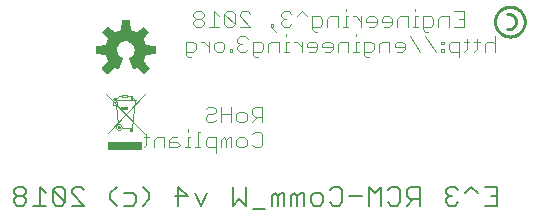
<source format=gbr>
G04 EAGLE Gerber RS-274X export*
G75*
%MOMM*%
%FSLAX34Y34*%
%LPD*%
%INSilkscreen Bottom*%
%IPPOS*%
%AMOC8*
5,1,8,0,0,1.08239X$1,22.5*%
G01*
%ADD10C,0.101600*%
%ADD11C,0.254000*%
%ADD12C,0.203200*%
%ADD13C,0.100000*%
%ADD14R,2.940000X0.740000*%

G36*
X193225Y360930D02*
X193225Y360930D01*
X193281Y360930D01*
X193309Y360945D01*
X193341Y360950D01*
X193400Y360990D01*
X193436Y361008D01*
X193445Y361020D01*
X193461Y361031D01*
X197769Y365339D01*
X197786Y365366D01*
X197810Y365387D01*
X197831Y365439D01*
X197860Y365486D01*
X197863Y365518D01*
X197875Y365548D01*
X197872Y365603D01*
X197877Y365659D01*
X197865Y365689D01*
X197863Y365721D01*
X197829Y365784D01*
X197815Y365821D01*
X197804Y365831D01*
X197795Y365848D01*
X192828Y371939D01*
X194017Y374249D01*
X194024Y374275D01*
X194041Y374307D01*
X194833Y376781D01*
X202652Y377575D01*
X202683Y377585D01*
X202715Y377586D01*
X202764Y377613D01*
X202816Y377631D01*
X202839Y377654D01*
X202867Y377669D01*
X202899Y377715D01*
X202938Y377754D01*
X202948Y377785D01*
X202967Y377811D01*
X202980Y377881D01*
X202993Y377919D01*
X202991Y377934D01*
X202994Y377953D01*
X202994Y384047D01*
X202987Y384078D01*
X202989Y384110D01*
X202967Y384161D01*
X202955Y384216D01*
X202934Y384240D01*
X202922Y384270D01*
X202880Y384306D01*
X202845Y384349D01*
X202815Y384362D01*
X202791Y384383D01*
X202722Y384404D01*
X202686Y384420D01*
X202671Y384420D01*
X202652Y384425D01*
X194833Y385219D01*
X194041Y387693D01*
X194028Y387716D01*
X194017Y387751D01*
X192828Y390061D01*
X197795Y396152D01*
X197809Y396180D01*
X197830Y396204D01*
X197846Y396257D01*
X197871Y396307D01*
X197871Y396339D01*
X197880Y396370D01*
X197870Y396425D01*
X197870Y396481D01*
X197855Y396509D01*
X197850Y396541D01*
X197810Y396600D01*
X197792Y396636D01*
X197780Y396645D01*
X197769Y396661D01*
X193461Y400969D01*
X193434Y400986D01*
X193413Y401010D01*
X193361Y401031D01*
X193314Y401060D01*
X193282Y401063D01*
X193252Y401075D01*
X193197Y401072D01*
X193141Y401077D01*
X193111Y401065D01*
X193079Y401063D01*
X193016Y401029D01*
X192979Y401015D01*
X192969Y401004D01*
X192952Y400995D01*
X186861Y396028D01*
X184551Y397217D01*
X184525Y397224D01*
X184493Y397241D01*
X182019Y398033D01*
X181225Y405852D01*
X181217Y405878D01*
X181216Y405890D01*
X181215Y405893D01*
X181214Y405915D01*
X181187Y405964D01*
X181169Y406016D01*
X181146Y406039D01*
X181131Y406067D01*
X181085Y406099D01*
X181046Y406138D01*
X181015Y406148D01*
X180989Y406167D01*
X180919Y406180D01*
X180881Y406193D01*
X180866Y406191D01*
X180847Y406194D01*
X174753Y406194D01*
X174722Y406187D01*
X174690Y406189D01*
X174639Y406167D01*
X174584Y406155D01*
X174560Y406134D01*
X174530Y406122D01*
X174494Y406080D01*
X174451Y406045D01*
X174438Y406015D01*
X174417Y405991D01*
X174396Y405922D01*
X174380Y405886D01*
X174380Y405871D01*
X174378Y405864D01*
X174377Y405862D01*
X174377Y405861D01*
X174375Y405852D01*
X173581Y398033D01*
X171107Y397241D01*
X171084Y397228D01*
X171049Y397217D01*
X168739Y396028D01*
X162648Y400995D01*
X162620Y401009D01*
X162596Y401030D01*
X162543Y401046D01*
X162493Y401071D01*
X162461Y401071D01*
X162430Y401080D01*
X162375Y401070D01*
X162319Y401070D01*
X162291Y401055D01*
X162259Y401050D01*
X162200Y401010D01*
X162165Y400992D01*
X162155Y400980D01*
X162139Y400969D01*
X157831Y396661D01*
X157814Y396634D01*
X157790Y396613D01*
X157769Y396561D01*
X157740Y396514D01*
X157737Y396482D01*
X157725Y396452D01*
X157729Y396397D01*
X157723Y396341D01*
X157735Y396311D01*
X157737Y396279D01*
X157771Y396216D01*
X157785Y396179D01*
X157796Y396169D01*
X157805Y396152D01*
X162772Y390061D01*
X161583Y387751D01*
X161576Y387725D01*
X161559Y387693D01*
X160767Y385219D01*
X152948Y384425D01*
X152917Y384415D01*
X152885Y384414D01*
X152836Y384387D01*
X152784Y384369D01*
X152761Y384346D01*
X152733Y384331D01*
X152701Y384285D01*
X152662Y384246D01*
X152652Y384215D01*
X152633Y384189D01*
X152620Y384119D01*
X152607Y384081D01*
X152609Y384066D01*
X152606Y384047D01*
X152606Y377953D01*
X152613Y377922D01*
X152611Y377890D01*
X152633Y377839D01*
X152645Y377784D01*
X152666Y377760D01*
X152678Y377730D01*
X152720Y377694D01*
X152755Y377651D01*
X152785Y377638D01*
X152809Y377617D01*
X152878Y377596D01*
X152914Y377580D01*
X152929Y377580D01*
X152948Y377575D01*
X160767Y376781D01*
X161559Y374307D01*
X161572Y374284D01*
X161583Y374249D01*
X162772Y371939D01*
X157805Y365848D01*
X157791Y365820D01*
X157770Y365796D01*
X157754Y365743D01*
X157729Y365693D01*
X157729Y365661D01*
X157720Y365630D01*
X157730Y365575D01*
X157730Y365519D01*
X157745Y365491D01*
X157750Y365459D01*
X157790Y365400D01*
X157808Y365365D01*
X157820Y365355D01*
X157831Y365339D01*
X162139Y361031D01*
X162166Y361014D01*
X162187Y360990D01*
X162239Y360969D01*
X162286Y360940D01*
X162318Y360937D01*
X162348Y360925D01*
X162403Y360929D01*
X162459Y360923D01*
X162489Y360935D01*
X162521Y360937D01*
X162584Y360971D01*
X162621Y360985D01*
X162631Y360996D01*
X162648Y361005D01*
X168739Y365972D01*
X171048Y364782D01*
X171112Y364766D01*
X171175Y364743D01*
X171196Y364745D01*
X171216Y364740D01*
X171281Y364754D01*
X171347Y364761D01*
X171365Y364772D01*
X171385Y364777D01*
X171437Y364818D01*
X171493Y364854D01*
X171506Y364873D01*
X171521Y364885D01*
X171537Y364920D01*
X171573Y364974D01*
X175161Y373636D01*
X175166Y373668D01*
X175180Y373696D01*
X175180Y373752D01*
X175189Y373807D01*
X175180Y373838D01*
X175180Y373869D01*
X175155Y373920D01*
X175139Y373973D01*
X175117Y373996D01*
X175103Y374025D01*
X175047Y374071D01*
X175020Y374099D01*
X175006Y374104D01*
X174991Y374117D01*
X173614Y374861D01*
X172448Y375845D01*
X171508Y377047D01*
X170834Y378415D01*
X170453Y379893D01*
X170381Y381417D01*
X170623Y382923D01*
X171167Y384349D01*
X171991Y385633D01*
X173060Y386722D01*
X174328Y387570D01*
X175743Y388140D01*
X177245Y388410D01*
X178770Y388367D01*
X180254Y388014D01*
X181635Y387364D01*
X182854Y386447D01*
X183860Y385300D01*
X184611Y383971D01*
X185074Y382518D01*
X185231Y380999D01*
X185088Y379550D01*
X184665Y378156D01*
X183979Y376872D01*
X183055Y375746D01*
X181929Y374822D01*
X180611Y374117D01*
X180586Y374096D01*
X180557Y374082D01*
X180522Y374039D01*
X180481Y374003D01*
X180468Y373973D01*
X180448Y373948D01*
X180436Y373894D01*
X180415Y373843D01*
X180417Y373810D01*
X180410Y373778D01*
X180424Y373709D01*
X180427Y373670D01*
X180435Y373656D01*
X180439Y373636D01*
X184027Y364974D01*
X184066Y364920D01*
X184098Y364863D01*
X184115Y364851D01*
X184128Y364834D01*
X184186Y364803D01*
X184241Y364765D01*
X184262Y364762D01*
X184281Y364752D01*
X184347Y364751D01*
X184413Y364741D01*
X184436Y364748D01*
X184454Y364747D01*
X184489Y364764D01*
X184552Y364782D01*
X186861Y365972D01*
X192952Y361005D01*
X192980Y360991D01*
X193004Y360970D01*
X193057Y360954D01*
X193107Y360929D01*
X193139Y360929D01*
X193170Y360920D01*
X193225Y360930D01*
G37*
D10*
X455467Y414031D02*
X464280Y414031D01*
X464280Y400812D01*
X455467Y400812D01*
X459873Y407422D02*
X464280Y407422D01*
X451182Y409625D02*
X451182Y400812D01*
X451182Y409625D02*
X444573Y409625D01*
X442369Y407422D01*
X442369Y400812D01*
X433679Y396406D02*
X431475Y396406D01*
X429272Y398609D01*
X429272Y409625D01*
X435882Y409625D01*
X438085Y407422D01*
X438085Y403015D01*
X435882Y400812D01*
X429272Y400812D01*
X424988Y409625D02*
X422785Y409625D01*
X422785Y400812D01*
X424988Y400812D02*
X420581Y400812D01*
X422785Y414031D02*
X422785Y416235D01*
X416256Y409625D02*
X416256Y400812D01*
X416256Y409625D02*
X409647Y409625D01*
X407443Y407422D01*
X407443Y400812D01*
X400956Y400812D02*
X396549Y400812D01*
X400956Y400812D02*
X403159Y403015D01*
X403159Y407422D01*
X400956Y409625D01*
X396549Y409625D01*
X394346Y407422D01*
X394346Y405218D01*
X403159Y405218D01*
X387859Y400812D02*
X383452Y400812D01*
X387859Y400812D02*
X390062Y403015D01*
X390062Y407422D01*
X387859Y409625D01*
X383452Y409625D01*
X381249Y407422D01*
X381249Y405218D01*
X390062Y405218D01*
X376965Y400812D02*
X376965Y409625D01*
X376965Y405218D02*
X372558Y409625D01*
X370355Y409625D01*
X366050Y409625D02*
X363847Y409625D01*
X363847Y400812D01*
X366050Y400812D02*
X361644Y400812D01*
X363847Y414031D02*
X363847Y416235D01*
X357319Y409625D02*
X357319Y400812D01*
X357319Y409625D02*
X350709Y409625D01*
X348506Y407422D01*
X348506Y400812D01*
X339815Y396406D02*
X337612Y396406D01*
X335409Y398609D01*
X335409Y409625D01*
X342018Y409625D01*
X344221Y407422D01*
X344221Y403015D01*
X342018Y400812D01*
X335409Y400812D01*
X331124Y409625D02*
X326718Y414031D01*
X322311Y409625D01*
X318027Y411828D02*
X315824Y414031D01*
X311417Y414031D01*
X309214Y411828D01*
X309214Y409625D01*
X311417Y407422D01*
X313620Y407422D01*
X311417Y407422D02*
X309214Y405218D01*
X309214Y403015D01*
X311417Y400812D01*
X315824Y400812D01*
X318027Y403015D01*
X304930Y396406D02*
X300523Y400812D01*
X300523Y403015D01*
X302726Y403015D01*
X302726Y400812D01*
X300523Y400812D01*
X283101Y400812D02*
X274288Y400812D01*
X283101Y400812D02*
X274288Y409625D01*
X274288Y411828D01*
X276491Y414031D01*
X280898Y414031D01*
X283101Y411828D01*
X270004Y411828D02*
X270004Y403015D01*
X270004Y411828D02*
X267800Y414031D01*
X263394Y414031D01*
X261191Y411828D01*
X261191Y403015D01*
X263394Y400812D01*
X267800Y400812D01*
X270004Y403015D01*
X261191Y411828D01*
X256906Y409625D02*
X252500Y414031D01*
X252500Y400812D01*
X256906Y400812D02*
X248094Y400812D01*
X243809Y411828D02*
X241606Y414031D01*
X237200Y414031D01*
X234996Y411828D01*
X234996Y409625D01*
X237200Y407422D01*
X234996Y405218D01*
X234996Y403015D01*
X237200Y400812D01*
X241606Y400812D01*
X243809Y403015D01*
X243809Y405218D01*
X241606Y407422D01*
X243809Y409625D01*
X243809Y411828D01*
X241606Y407422D02*
X237200Y407422D01*
X490474Y392695D02*
X490474Y379476D01*
X490474Y386086D02*
X488271Y388289D01*
X483864Y388289D01*
X481661Y386086D01*
X481661Y379476D01*
X475174Y381679D02*
X475174Y390492D01*
X475174Y381679D02*
X472970Y379476D01*
X472970Y388289D02*
X477377Y388289D01*
X466442Y390492D02*
X466442Y381679D01*
X464239Y379476D01*
X464239Y388289D02*
X468645Y388289D01*
X459914Y388289D02*
X459914Y375070D01*
X459914Y388289D02*
X453304Y388289D01*
X451101Y386086D01*
X451101Y381679D01*
X453304Y379476D01*
X459914Y379476D01*
X446817Y388289D02*
X444613Y388289D01*
X444613Y386086D01*
X446817Y386086D01*
X446817Y388289D01*
X446817Y381679D02*
X444613Y381679D01*
X444613Y379476D01*
X446817Y379476D01*
X446817Y381679D01*
X440268Y379476D02*
X431455Y392695D01*
X418358Y392695D02*
X427171Y379476D01*
X411870Y379476D02*
X407464Y379476D01*
X411870Y379476D02*
X414073Y381679D01*
X414073Y386086D01*
X411870Y388289D01*
X407464Y388289D01*
X405261Y386086D01*
X405261Y383882D01*
X414073Y383882D01*
X400976Y379476D02*
X400976Y388289D01*
X394367Y388289D01*
X392163Y386086D01*
X392163Y379476D01*
X383472Y375070D02*
X381269Y375070D01*
X379066Y377273D01*
X379066Y388289D01*
X385676Y388289D01*
X387879Y386086D01*
X387879Y381679D01*
X385676Y379476D01*
X379066Y379476D01*
X374782Y388289D02*
X372578Y388289D01*
X372578Y379476D01*
X370375Y379476D02*
X374782Y379476D01*
X372578Y392695D02*
X372578Y394899D01*
X366050Y388289D02*
X366050Y379476D01*
X366050Y388289D02*
X359441Y388289D01*
X357237Y386086D01*
X357237Y379476D01*
X350750Y379476D02*
X346343Y379476D01*
X350750Y379476D02*
X352953Y381679D01*
X352953Y386086D01*
X350750Y388289D01*
X346343Y388289D01*
X344140Y386086D01*
X344140Y383882D01*
X352953Y383882D01*
X337652Y379476D02*
X333246Y379476D01*
X337652Y379476D02*
X339856Y381679D01*
X339856Y386086D01*
X337652Y388289D01*
X333246Y388289D01*
X331043Y386086D01*
X331043Y383882D01*
X339856Y383882D01*
X326758Y379476D02*
X326758Y388289D01*
X322352Y388289D02*
X326758Y383882D01*
X322352Y388289D02*
X320149Y388289D01*
X315844Y388289D02*
X313641Y388289D01*
X313641Y379476D01*
X315844Y379476D02*
X311438Y379476D01*
X313641Y392695D02*
X313641Y394899D01*
X307113Y388289D02*
X307113Y379476D01*
X307113Y388289D02*
X300503Y388289D01*
X298300Y386086D01*
X298300Y379476D01*
X289609Y375070D02*
X287406Y375070D01*
X285202Y377273D01*
X285202Y388289D01*
X291812Y388289D01*
X294015Y386086D01*
X294015Y381679D01*
X291812Y379476D01*
X285202Y379476D01*
X280918Y390492D02*
X278715Y392695D01*
X274308Y392695D01*
X272105Y390492D01*
X272105Y388289D01*
X274308Y386086D01*
X276512Y386086D01*
X274308Y386086D02*
X272105Y383882D01*
X272105Y381679D01*
X274308Y379476D01*
X278715Y379476D01*
X280918Y381679D01*
X267821Y381679D02*
X267821Y379476D01*
X267821Y381679D02*
X265618Y381679D01*
X265618Y379476D01*
X267821Y379476D01*
X259069Y379476D02*
X254663Y379476D01*
X252459Y381679D01*
X252459Y386086D01*
X254663Y388289D01*
X259069Y388289D01*
X261272Y386086D01*
X261272Y381679D01*
X259069Y379476D01*
X248175Y379476D02*
X248175Y388289D01*
X248175Y383882D02*
X243768Y388289D01*
X241565Y388289D01*
X232854Y375070D02*
X230651Y375070D01*
X228448Y377273D01*
X228448Y388289D01*
X235057Y388289D01*
X237261Y386086D01*
X237261Y381679D01*
X235057Y379476D01*
X228448Y379476D01*
X293370Y333259D02*
X293370Y320040D01*
X293370Y333259D02*
X286760Y333259D01*
X284557Y331056D01*
X284557Y326650D01*
X286760Y324446D01*
X293370Y324446D01*
X288964Y324446D02*
X284557Y320040D01*
X278070Y320040D02*
X273663Y320040D01*
X271460Y322243D01*
X271460Y326650D01*
X273663Y328853D01*
X278070Y328853D01*
X280273Y326650D01*
X280273Y322243D01*
X278070Y320040D01*
X267176Y320040D02*
X267176Y333259D01*
X267176Y326650D02*
X258363Y326650D01*
X258363Y333259D02*
X258363Y320040D01*
X245265Y331056D02*
X247469Y333259D01*
X251875Y333259D01*
X254078Y331056D01*
X254078Y328853D01*
X251875Y326650D01*
X247469Y326650D01*
X245265Y324446D01*
X245265Y322243D01*
X247469Y320040D01*
X251875Y320040D01*
X254078Y322243D01*
X284557Y309720D02*
X286760Y311923D01*
X291167Y311923D01*
X293370Y309720D01*
X293370Y300907D01*
X291167Y298704D01*
X286760Y298704D01*
X284557Y300907D01*
X278070Y298704D02*
X273663Y298704D01*
X271460Y300907D01*
X271460Y305314D01*
X273663Y307517D01*
X278070Y307517D01*
X280273Y305314D01*
X280273Y300907D01*
X278070Y298704D01*
X267176Y298704D02*
X267176Y307517D01*
X264972Y307517D01*
X262769Y305314D01*
X262769Y298704D01*
X262769Y305314D02*
X260566Y307517D01*
X258363Y305314D01*
X258363Y298704D01*
X254078Y294298D02*
X254078Y307517D01*
X247469Y307517D01*
X245265Y305314D01*
X245265Y300907D01*
X247469Y298704D01*
X254078Y298704D01*
X240981Y311923D02*
X238778Y311923D01*
X238778Y298704D01*
X240981Y298704D02*
X236575Y298704D01*
X232250Y307517D02*
X230046Y307517D01*
X230046Y298704D01*
X227843Y298704D02*
X232250Y298704D01*
X230046Y311923D02*
X230046Y314127D01*
X221315Y307517D02*
X216908Y307517D01*
X214705Y305314D01*
X214705Y298704D01*
X221315Y298704D01*
X223518Y300907D01*
X221315Y303110D01*
X214705Y303110D01*
X210421Y298704D02*
X210421Y307517D01*
X203811Y307517D01*
X201608Y305314D01*
X201608Y298704D01*
X195120Y300907D02*
X195120Y309720D01*
X195120Y300907D02*
X192917Y298704D01*
X192917Y307517D02*
X197324Y307517D01*
D11*
X490348Y405130D02*
X490352Y405439D01*
X490363Y405747D01*
X490382Y406055D01*
X490409Y406362D01*
X490443Y406669D01*
X490484Y406975D01*
X490533Y407279D01*
X490590Y407583D01*
X490653Y407885D01*
X490725Y408185D01*
X490803Y408483D01*
X490889Y408779D01*
X490983Y409074D01*
X491083Y409365D01*
X491190Y409655D01*
X491305Y409941D01*
X491427Y410225D01*
X491555Y410505D01*
X491690Y410783D01*
X491832Y411056D01*
X491981Y411327D01*
X492137Y411593D01*
X492299Y411856D01*
X492467Y412115D01*
X492641Y412369D01*
X492822Y412619D01*
X493009Y412865D01*
X493202Y413106D01*
X493400Y413342D01*
X493605Y413573D01*
X493815Y413799D01*
X494030Y414020D01*
X494251Y414235D01*
X494477Y414445D01*
X494708Y414650D01*
X494944Y414848D01*
X495185Y415041D01*
X495431Y415228D01*
X495681Y415409D01*
X495935Y415583D01*
X496194Y415751D01*
X496457Y415913D01*
X496723Y416069D01*
X496994Y416218D01*
X497267Y416360D01*
X497545Y416495D01*
X497825Y416623D01*
X498109Y416745D01*
X498395Y416860D01*
X498685Y416967D01*
X498976Y417067D01*
X499271Y417161D01*
X499567Y417247D01*
X499865Y417325D01*
X500165Y417397D01*
X500467Y417460D01*
X500771Y417517D01*
X501075Y417566D01*
X501381Y417607D01*
X501688Y417641D01*
X501995Y417668D01*
X502303Y417687D01*
X502611Y417698D01*
X502920Y417702D01*
X503229Y417698D01*
X503537Y417687D01*
X503845Y417668D01*
X504152Y417641D01*
X504459Y417607D01*
X504765Y417566D01*
X505069Y417517D01*
X505373Y417460D01*
X505675Y417397D01*
X505975Y417325D01*
X506273Y417247D01*
X506569Y417161D01*
X506864Y417067D01*
X507155Y416967D01*
X507445Y416860D01*
X507731Y416745D01*
X508015Y416623D01*
X508295Y416495D01*
X508573Y416360D01*
X508846Y416218D01*
X509117Y416069D01*
X509383Y415913D01*
X509646Y415751D01*
X509905Y415583D01*
X510159Y415409D01*
X510409Y415228D01*
X510655Y415041D01*
X510896Y414848D01*
X511132Y414650D01*
X511363Y414445D01*
X511589Y414235D01*
X511810Y414020D01*
X512025Y413799D01*
X512235Y413573D01*
X512440Y413342D01*
X512638Y413106D01*
X512831Y412865D01*
X513018Y412619D01*
X513199Y412369D01*
X513373Y412115D01*
X513541Y411856D01*
X513703Y411593D01*
X513859Y411327D01*
X514008Y411056D01*
X514150Y410783D01*
X514285Y410505D01*
X514413Y410225D01*
X514535Y409941D01*
X514650Y409655D01*
X514757Y409365D01*
X514857Y409074D01*
X514951Y408779D01*
X515037Y408483D01*
X515115Y408185D01*
X515187Y407885D01*
X515250Y407583D01*
X515307Y407279D01*
X515356Y406975D01*
X515397Y406669D01*
X515431Y406362D01*
X515458Y406055D01*
X515477Y405747D01*
X515488Y405439D01*
X515492Y405130D01*
X515488Y404821D01*
X515477Y404513D01*
X515458Y404205D01*
X515431Y403898D01*
X515397Y403591D01*
X515356Y403285D01*
X515307Y402981D01*
X515250Y402677D01*
X515187Y402375D01*
X515115Y402075D01*
X515037Y401777D01*
X514951Y401481D01*
X514857Y401186D01*
X514757Y400895D01*
X514650Y400605D01*
X514535Y400319D01*
X514413Y400035D01*
X514285Y399755D01*
X514150Y399477D01*
X514008Y399204D01*
X513859Y398933D01*
X513703Y398667D01*
X513541Y398404D01*
X513373Y398145D01*
X513199Y397891D01*
X513018Y397641D01*
X512831Y397395D01*
X512638Y397154D01*
X512440Y396918D01*
X512235Y396687D01*
X512025Y396461D01*
X511810Y396240D01*
X511589Y396025D01*
X511363Y395815D01*
X511132Y395610D01*
X510896Y395412D01*
X510655Y395219D01*
X510409Y395032D01*
X510159Y394851D01*
X509905Y394677D01*
X509646Y394509D01*
X509383Y394347D01*
X509117Y394191D01*
X508846Y394042D01*
X508573Y393900D01*
X508295Y393765D01*
X508015Y393637D01*
X507731Y393515D01*
X507445Y393400D01*
X507155Y393293D01*
X506864Y393193D01*
X506569Y393099D01*
X506273Y393013D01*
X505975Y392935D01*
X505675Y392863D01*
X505373Y392800D01*
X505069Y392743D01*
X504765Y392694D01*
X504459Y392653D01*
X504152Y392619D01*
X503845Y392592D01*
X503537Y392573D01*
X503229Y392562D01*
X502920Y392558D01*
X502611Y392562D01*
X502303Y392573D01*
X501995Y392592D01*
X501688Y392619D01*
X501381Y392653D01*
X501075Y392694D01*
X500771Y392743D01*
X500467Y392800D01*
X500165Y392863D01*
X499865Y392935D01*
X499567Y393013D01*
X499271Y393099D01*
X498976Y393193D01*
X498685Y393293D01*
X498395Y393400D01*
X498109Y393515D01*
X497825Y393637D01*
X497545Y393765D01*
X497267Y393900D01*
X496994Y394042D01*
X496723Y394191D01*
X496457Y394347D01*
X496194Y394509D01*
X495935Y394677D01*
X495681Y394851D01*
X495431Y395032D01*
X495185Y395219D01*
X494944Y395412D01*
X494708Y395610D01*
X494477Y395815D01*
X494251Y396025D01*
X494030Y396240D01*
X493815Y396461D01*
X493605Y396687D01*
X493400Y396918D01*
X493202Y397154D01*
X493009Y397395D01*
X492822Y397641D01*
X492641Y397891D01*
X492467Y398145D01*
X492299Y398404D01*
X492137Y398667D01*
X491981Y398933D01*
X491832Y399204D01*
X491690Y399477D01*
X491555Y399755D01*
X491427Y400035D01*
X491305Y400319D01*
X491190Y400605D01*
X491083Y400895D01*
X490983Y401186D01*
X490889Y401481D01*
X490803Y401777D01*
X490725Y402075D01*
X490653Y402375D01*
X490590Y402677D01*
X490533Y402981D01*
X490484Y403285D01*
X490443Y403591D01*
X490409Y403898D01*
X490382Y404205D01*
X490363Y404513D01*
X490352Y404821D01*
X490348Y405130D01*
X500380Y398780D02*
X500537Y398750D01*
X500695Y398725D01*
X500854Y398703D01*
X501013Y398685D01*
X501173Y398672D01*
X501333Y398662D01*
X501493Y398656D01*
X501653Y398654D01*
X501813Y398656D01*
X501973Y398662D01*
X502133Y398672D01*
X502292Y398686D01*
X502452Y398704D01*
X502610Y398726D01*
X502768Y398751D01*
X502926Y398781D01*
X503082Y398814D01*
X503238Y398852D01*
X503393Y398893D01*
X503546Y398938D01*
X503699Y398987D01*
X503850Y399039D01*
X504000Y399096D01*
X504149Y399155D01*
X504296Y399219D01*
X504441Y399286D01*
X504585Y399357D01*
X504727Y399431D01*
X504867Y399509D01*
X505005Y399591D01*
X505140Y399675D01*
X505274Y399763D01*
X505406Y399854D01*
X505535Y399949D01*
X505662Y400047D01*
X505787Y400147D01*
X505909Y400251D01*
X506028Y400358D01*
X506145Y400468D01*
X506258Y400580D01*
X506370Y400696D01*
X506478Y400814D01*
X506583Y400934D01*
X506685Y401058D01*
X506784Y401183D01*
X506880Y401311D01*
X506973Y401442D01*
X507063Y401575D01*
X507149Y401710D01*
X507232Y401847D01*
X507311Y401986D01*
X507387Y402127D01*
X507460Y402269D01*
X507529Y402414D01*
X507594Y402560D01*
X507656Y402708D01*
X507714Y402857D01*
X507768Y403008D01*
X507819Y403160D01*
X507866Y403313D01*
X507909Y403467D01*
X507948Y403623D01*
X507983Y403779D01*
X508015Y403936D01*
X508043Y404093D01*
X508066Y404252D01*
X508086Y404411D01*
X508102Y404570D01*
X508114Y404730D01*
X508122Y404890D01*
X508126Y405050D01*
X508126Y405210D01*
X508122Y405370D01*
X508114Y405530D01*
X508102Y405690D01*
X508086Y405849D01*
X508066Y406008D01*
X508043Y406167D01*
X508015Y406324D01*
X507983Y406481D01*
X507948Y406637D01*
X507909Y406793D01*
X507866Y406947D01*
X507819Y407100D01*
X507768Y407252D01*
X507714Y407403D01*
X507656Y407552D01*
X507594Y407700D01*
X507529Y407846D01*
X507460Y407991D01*
X507387Y408133D01*
X507311Y408274D01*
X507232Y408413D01*
X507149Y408550D01*
X507063Y408685D01*
X506973Y408818D01*
X506880Y408949D01*
X506784Y409077D01*
X506685Y409202D01*
X506583Y409326D01*
X506478Y409446D01*
X506370Y409564D01*
X506258Y409680D01*
X506145Y409792D01*
X506028Y409902D01*
X505909Y410009D01*
X505787Y410113D01*
X505662Y410213D01*
X505535Y410311D01*
X505406Y410406D01*
X505274Y410497D01*
X505140Y410585D01*
X505005Y410669D01*
X504867Y410751D01*
X504727Y410829D01*
X504585Y410903D01*
X504441Y410974D01*
X504296Y411041D01*
X504149Y411105D01*
X504000Y411164D01*
X503850Y411221D01*
X503699Y411273D01*
X503546Y411322D01*
X503393Y411367D01*
X503238Y411408D01*
X503082Y411446D01*
X502926Y411479D01*
X502768Y411509D01*
X502610Y411534D01*
X502452Y411556D01*
X502292Y411574D01*
X502133Y411588D01*
X501973Y411598D01*
X501813Y411604D01*
X501653Y411606D01*
X501493Y411604D01*
X501333Y411598D01*
X501173Y411588D01*
X501013Y411575D01*
X500854Y411557D01*
X500695Y411535D01*
X500537Y411510D01*
X500380Y411480D01*
D12*
X491998Y265189D02*
X481490Y265189D01*
X491998Y265189D02*
X491998Y249428D01*
X481490Y249428D01*
X486744Y257309D02*
X491998Y257309D01*
X475626Y259936D02*
X470373Y265189D01*
X465119Y259936D01*
X459255Y262563D02*
X456628Y265189D01*
X451374Y265189D01*
X448747Y262563D01*
X448747Y259936D01*
X451374Y257309D01*
X454001Y257309D01*
X451374Y257309D02*
X448747Y254682D01*
X448747Y252055D01*
X451374Y249428D01*
X456628Y249428D01*
X459255Y252055D01*
X426512Y249428D02*
X426512Y265189D01*
X418631Y265189D01*
X416004Y262563D01*
X416004Y257309D01*
X418631Y254682D01*
X426512Y254682D01*
X421258Y254682D02*
X416004Y249428D01*
X402259Y265189D02*
X399633Y262563D01*
X402259Y265189D02*
X407513Y265189D01*
X410140Y262563D01*
X410140Y252055D01*
X407513Y249428D01*
X402259Y249428D01*
X399633Y252055D01*
X393769Y249428D02*
X393769Y265189D01*
X388515Y259936D01*
X383261Y265189D01*
X383261Y249428D01*
X377397Y257309D02*
X366889Y257309D01*
X353145Y265189D02*
X350518Y262563D01*
X353145Y265189D02*
X358399Y265189D01*
X361026Y262563D01*
X361026Y252055D01*
X358399Y249428D01*
X353145Y249428D01*
X350518Y252055D01*
X342027Y249428D02*
X336773Y249428D01*
X334146Y252055D01*
X334146Y257309D01*
X336773Y259936D01*
X342027Y259936D01*
X344654Y257309D01*
X344654Y252055D01*
X342027Y249428D01*
X328282Y249428D02*
X328282Y259936D01*
X325655Y259936D01*
X323029Y257309D01*
X323029Y249428D01*
X323029Y257309D02*
X320402Y259936D01*
X317775Y257309D01*
X317775Y249428D01*
X311911Y249428D02*
X311911Y259936D01*
X309284Y259936D01*
X306657Y257309D01*
X306657Y249428D01*
X306657Y257309D02*
X304030Y259936D01*
X301403Y257309D01*
X301403Y249428D01*
X295539Y246801D02*
X285032Y246801D01*
X279168Y249428D02*
X279168Y265189D01*
X273914Y254682D02*
X279168Y249428D01*
X273914Y254682D02*
X268660Y249428D01*
X268660Y265189D01*
X246425Y259936D02*
X241171Y249428D01*
X235917Y259936D01*
X222172Y265189D02*
X222172Y249428D01*
X230053Y257309D02*
X222172Y265189D01*
X219545Y257309D02*
X230053Y257309D01*
X197310Y254682D02*
X192056Y249428D01*
X197310Y254682D02*
X197310Y259936D01*
X192056Y265189D01*
X183769Y259936D02*
X175888Y259936D01*
X183769Y259936D02*
X186396Y257309D01*
X186396Y252055D01*
X183769Y249428D01*
X175888Y249428D01*
X170024Y249428D02*
X164770Y254682D01*
X164770Y259936D01*
X170024Y265189D01*
X142738Y249428D02*
X132230Y249428D01*
X142738Y249428D02*
X132230Y259936D01*
X132230Y262563D01*
X134857Y265189D01*
X140111Y265189D01*
X142738Y262563D01*
X126366Y262563D02*
X126366Y252055D01*
X126366Y262563D02*
X123740Y265189D01*
X118486Y265189D01*
X115859Y262563D01*
X115859Y252055D01*
X118486Y249428D01*
X123740Y249428D01*
X126366Y252055D01*
X115859Y262563D01*
X109995Y259936D02*
X104741Y265189D01*
X104741Y249428D01*
X109995Y249428D02*
X99487Y249428D01*
X93623Y262563D02*
X90996Y265189D01*
X85743Y265189D01*
X83116Y262563D01*
X83116Y259936D01*
X85743Y257309D01*
X83116Y254682D01*
X83116Y252055D01*
X85743Y249428D01*
X90996Y249428D01*
X93623Y252055D01*
X93623Y254682D01*
X90996Y257309D01*
X93623Y259936D01*
X93623Y262563D01*
X90996Y257309D02*
X85743Y257309D01*
D13*
X161310Y343910D02*
X194310Y309910D01*
X162310Y310910D02*
X194310Y343910D01*
X185110Y338710D02*
X183110Y315410D01*
X185110Y338710D02*
X184810Y340010D01*
X184210Y340810D01*
X183410Y341410D01*
X182410Y341810D01*
X181210Y342210D01*
X180310Y342310D01*
X179510Y342410D01*
X178910Y342410D01*
X178910Y341710D01*
X174410Y341710D01*
X174410Y343210D01*
X178810Y343210D01*
X178810Y342010D01*
X174310Y342410D02*
X173110Y342210D01*
X171810Y341910D01*
X170910Y341510D01*
X170210Y340910D01*
X169510Y340010D01*
X169110Y338910D01*
X169110Y337110D01*
X170110Y337110D01*
X170110Y334210D01*
X169410Y334210D01*
X167210Y334210D01*
X167210Y337110D01*
X169110Y337110D01*
X169410Y334210D02*
X170810Y318210D01*
X171710Y318310D01*
X172710Y318210D01*
X173710Y317610D01*
X174010Y317010D01*
X174310Y316310D01*
X174310Y315510D01*
X173910Y314610D01*
X173410Y314010D01*
X172710Y313610D01*
X171810Y313510D01*
X170810Y313710D01*
X170110Y314210D01*
X169610Y315010D01*
X169510Y315910D01*
X169610Y316810D01*
X170010Y317510D01*
X170610Y317910D01*
X181810Y315410D02*
X183110Y315410D01*
X181110Y315410D02*
X174210Y315410D01*
X182610Y315310D02*
X182610Y312910D01*
X181110Y312910D01*
X181110Y315410D01*
X181810Y315410D01*
X181810Y313210D01*
X171810Y316510D02*
X171510Y316410D01*
X171310Y316110D01*
X171310Y315710D01*
X171510Y315410D01*
X171810Y315310D01*
X172110Y315310D01*
X172410Y315510D01*
X172510Y315810D01*
X172510Y316110D01*
X172310Y316410D01*
X172010Y316510D01*
X171910Y316010D01*
X178910Y331510D02*
X178910Y332410D01*
X178910Y331510D02*
X173310Y331510D01*
X173310Y333310D01*
X178910Y333310D01*
X178910Y332410D01*
X173810Y332410D01*
X169110Y340110D02*
X168910Y340510D01*
X168510Y340810D01*
X168010Y340810D01*
X167710Y340710D01*
X167410Y340410D01*
X167310Y339910D01*
X167410Y339510D01*
X167610Y339310D01*
X168110Y339110D01*
X168310Y339110D01*
X168710Y339110D01*
X168810Y339510D01*
X168210Y339910D01*
X168310Y339110D02*
X168310Y338510D01*
X168310Y339110D02*
X186710Y339210D01*
X186710Y338610D01*
X168310Y338510D01*
X183310Y339310D02*
X183310Y342410D01*
X183310Y339310D02*
X182510Y339310D01*
X182510Y342510D01*
X183310Y342510D01*
D14*
X176910Y299510D03*
M02*

</source>
